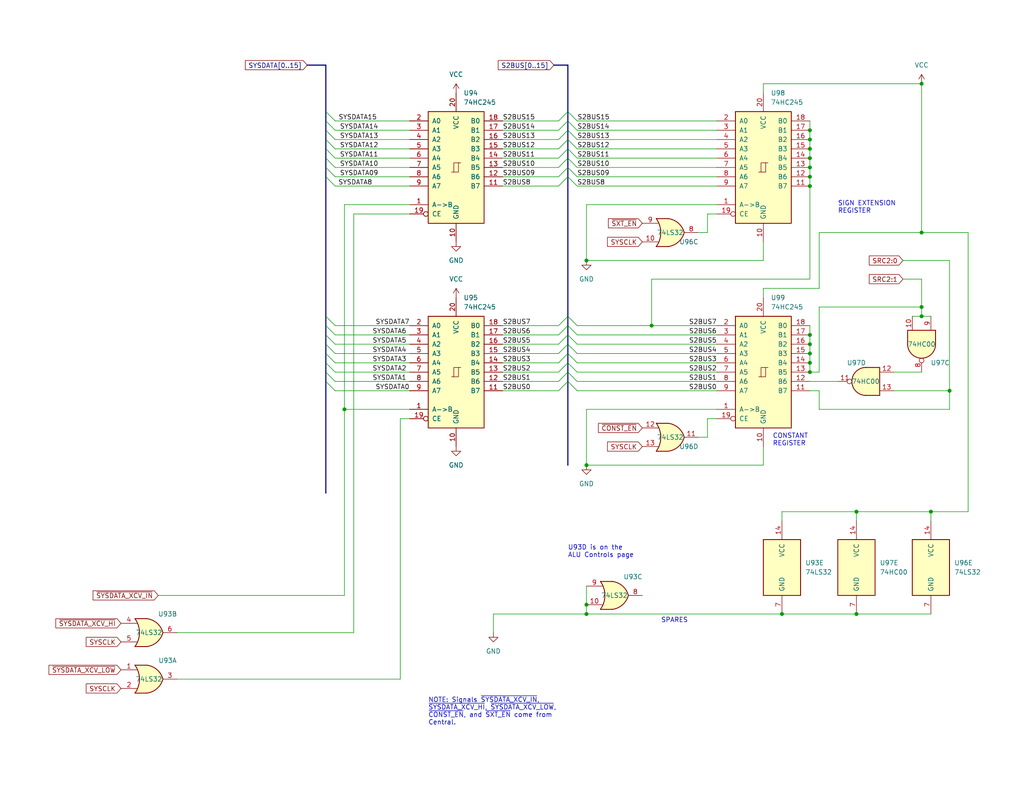
<source format=kicad_sch>
(kicad_sch (version 20230121) (generator eeschema)
  (paper "USLetter")
  (title_block (title "Constant Registers") (comment 1 "All parts are 74HC family regardless of P/N shown"))
  (lib_symbols
    (symbol "74xx:74HC00" (pin_names (offset 1.016))
      (property "Reference" "U" (at 0 1.27 0))
      (property "Value" "74HC00" (at 0 -1.27 0))
      (symbol "74HC00_1_1"
        (arc (start 0 -3.81) (mid 3.7934 0) (end 0 3.81) (stroke (width 0.254)) (fill (type background)))
        (polyline (pts (xy 0 3.81) (xy -3.81 3.81) (xy -3.81 -3.81) (xy 0 -3.81)) (stroke (width 0.254)) (fill (type background)))
        (pin input line (at -7.62 2.54 0) (length 3.81) (name "~") (number "1"))
        (pin input line (at -7.62 -2.54 0) (length 3.81) (name "~") (number "2"))
        (pin output inverted (at 7.62 0 180) (length 3.81) (name "~") (number "3"))
      )
      (symbol "74HC00_1_2"
        (arc (start -3.81 -3.81) (mid -2.589 0) (end -3.81 3.81) (stroke (width 0.254)))
        (arc (start -0.6096 -3.81) (mid 2.1855 -2.584) (end 3.81 0) (stroke (width 0.254)) (fill (type background)))
        (polyline (pts (xy -3.81 -3.81) (xy -0.635 -3.81)) (stroke (width 0.254)) (fill (type background)))
        (polyline (pts (xy -3.81 3.81) (xy -0.635 3.81)) (stroke (width 0.254)) (fill (type background)))
        (polyline (pts (xy -0.635 3.81) (xy -3.81 3.81) (xy -3.81 3.81) (xy -3.556 3.4036) (xy -3.0226 2.2606) (xy -2.6924 1.0414) (xy -2.6162 -0.254) (xy -2.7686 -1.4986) (xy -3.175 -2.7178) (xy -3.81 -3.81) (xy -3.81 -3.81) (xy -0.635 -3.81)) (stroke (width -25.4)) (fill (type background)))
        (arc (start 3.81 0) (mid 2.1928 2.5925) (end -0.6096 3.81) (stroke (width 0.254)) (fill (type background)))
        (pin input inverted (at -7.62 2.54 0) (length 4.318) (name "~") (number "1"))
        (pin input inverted (at -7.62 -2.54 0) (length 4.318) (name "~") (number "2"))
        (pin output line (at 7.62 0 180) (length 3.81) (name "~") (number "3"))
      )
      (symbol "74HC00_2_1"
        (arc (start 0 -3.81) (mid 3.7934 0) (end 0 3.81) (stroke (width 0.254)) (fill (type background)))
        (polyline (pts (xy 0 3.81) (xy -3.81 3.81) (xy -3.81 -3.81) (xy 0 -3.81)) (stroke (width 0.254)) (fill (type background)))
        (pin input line (at -7.62 2.54 0) (length 3.81) (name "~") (number "4"))
        (pin input line (at -7.62 -2.54 0) (length 3.81) (name "~") (number "5"))
        (pin output inverted (at 7.62 0 180) (length 3.81) (name "~") (number "6"))
      )
      (symbol "74HC00_2_2"
        (arc (start -3.81 -3.81) (mid -2.589 0) (end -3.81 3.81) (stroke (width 0.254)))
        (arc (start -0.6096 -3.81) (mid 2.1855 -2.584) (end 3.81 0) (stroke (width 0.254)) (fill (type background)))
        (polyline (pts (xy -3.81 -3.81) (xy -0.635 -3.81)) (stroke (width 0.254)) (fill (type background)))
        (polyline (pts (xy -3.81 3.81) (xy -0.635 3.81)) (stroke (width 0.254)) (fill (type background)))
        (polyline (pts (xy -0.635 3.81) (xy -3.81 3.81) (xy -3.81 3.81) (xy -3.556 3.4036) (xy -3.0226 2.2606) (xy -2.6924 1.0414) (xy -2.6162 -0.254) (xy -2.7686 -1.4986) (xy -3.175 -2.7178) (xy -3.81 -3.81) (xy -3.81 -3.81) (xy -0.635 -3.81)) (stroke (width -25.4)) (fill (type background)))
        (arc (start 3.81 0) (mid 2.1928 2.5925) (end -0.6096 3.81) (stroke (width 0.254)) (fill (type background)))
        (pin input inverted (at -7.62 2.54 0) (length 4.318) (name "~") (number "4"))
        (pin input inverted (at -7.62 -2.54 0) (length 4.318) (name "~") (number "5"))
        (pin output line (at 7.62 0 180) (length 3.81) (name "~") (number "6"))
      )
      (symbol "74HC00_3_1"
        (arc (start 0 -3.81) (mid 3.7934 0) (end 0 3.81) (stroke (width 0.254)) (fill (type background)))
        (polyline (pts (xy 0 3.81) (xy -3.81 3.81) (xy -3.81 -3.81) (xy 0 -3.81)) (stroke (width 0.254)) (fill (type background)))
        (pin input line (at -7.62 -2.54 0) (length 3.81) (name "~") (number "10"))
        (pin output inverted (at 7.62 0 180) (length 3.81) (name "~") (number "8"))
        (pin input line (at -7.62 2.54 0) (length 3.81) (name "~") (number "9"))
      )
      (symbol "74HC00_3_2"
        (arc (start -3.81 -3.81) (mid -2.589 0) (end -3.81 3.81) (stroke (width 0.254)))
        (arc (start -0.6096 -3.81) (mid 2.1855 -2.584) (end 3.81 0) (stroke (width 0.254)) (fill (type background)))
        (polyline (pts (xy -3.81 -3.81) (xy -0.635 -3.81)) (stroke (width 0.254)) (fill (type background)))
        (polyline (pts (xy -3.81 3.81) (xy -0.635 3.81)) (stroke (width 0.254)) (fill (type background)))
        (polyline (pts (xy -0.635 3.81) (xy -3.81 3.81) (xy -3.81 3.81) (xy -3.556 3.4036) (xy -3.0226 2.2606) (xy -2.6924 1.0414) (xy -2.6162 -0.254) (xy -2.7686 -1.4986) (xy -3.175 -2.7178) (xy -3.81 -3.81) (xy -3.81 -3.81) (xy -0.635 -3.81)) (stroke (width -25.4)) (fill (type background)))
        (arc (start 3.81 0) (mid 2.1928 2.5925) (end -0.6096 3.81) (stroke (width 0.254)) (fill (type background)))
        (pin input inverted (at -7.62 -2.54 0) (length 4.318) (name "~") (number "10"))
        (pin output line (at 7.62 0 180) (length 3.81) (name "~") (number "8"))
        (pin input inverted (at -7.62 2.54 0) (length 4.318) (name "~") (number "9"))
      )
      (symbol "74HC00_4_1"
        (arc (start 0 -3.81) (mid 3.7934 0) (end 0 3.81) (stroke (width 0.254)) (fill (type background)))
        (polyline (pts (xy 0 3.81) (xy -3.81 3.81) (xy -3.81 -3.81) (xy 0 -3.81)) (stroke (width 0.254)) (fill (type background)))
        (pin output inverted (at 7.62 0 180) (length 3.81) (name "~") (number "11"))
        (pin input line (at -7.62 2.54 0) (length 3.81) (name "~") (number "12"))
        (pin input line (at -7.62 -2.54 0) (length 3.81) (name "~") (number "13"))
      )
      (symbol "74HC00_4_2"
        (arc (start -3.81 -3.81) (mid -2.589 0) (end -3.81 3.81) (stroke (width 0.254)))
        (arc (start -0.6096 -3.81) (mid 2.1855 -2.584) (end 3.81 0) (stroke (width 0.254)) (fill (type background)))
        (polyline (pts (xy -3.81 -3.81) (xy -0.635 -3.81)) (stroke (width 0.254)) (fill (type background)))
        (polyline (pts (xy -3.81 3.81) (xy -0.635 3.81)) (stroke (width 0.254)) (fill (type background)))
        (polyline (pts (xy -0.635 3.81) (xy -3.81 3.81) (xy -3.81 3.81) (xy -3.556 3.4036) (xy -3.0226 2.2606) (xy -2.6924 1.0414) (xy -2.6162 -0.254) (xy -2.7686 -1.4986) (xy -3.175 -2.7178) (xy -3.81 -3.81) (xy -3.81 -3.81) (xy -0.635 -3.81)) (stroke (width -25.4)) (fill (type background)))
        (arc (start 3.81 0) (mid 2.1928 2.5925) (end -0.6096 3.81) (stroke (width 0.254)) (fill (type background)))
        (pin output line (at 7.62 0 180) (length 3.81) (name "~") (number "11"))
        (pin input inverted (at -7.62 2.54 0) (length 4.318) (name "~") (number "12"))
        (pin input inverted (at -7.62 -2.54 0) (length 4.318) (name "~") (number "13"))
      )
      (symbol "74HC00_5_0"
        (pin power_in line (at 0 12.7 270) (length 5.08) (name "VCC") (number "14"))
        (pin power_in line (at 0 -12.7 90) (length 5.08) (name "GND") (number "7"))
      )
      (symbol "74HC00_5_1"
        (rectangle (start -5.08 7.62) (end 5.08 -7.62) (stroke (width 0.254)) (fill (type background)))
      )
    )
    (symbol "74xx:74HC245" (pin_names (offset 1.016))
      (property "Reference" "U" (at -7.62 16.51 0))
      (property "Value" "74HC245" (at -7.62 -16.51 0))
      (symbol "74HC245_1_0"
        (polyline (pts (xy -0.635 -1.27) (xy -0.635 1.27) (xy 0.635 1.27)))
        (polyline (pts (xy -1.27 -1.27) (xy 0.635 -1.27) (xy 0.635 1.27) (xy 1.27 1.27)))
        (pin input line (at -12.7 -10.16 0) (length 5.08) (name "A->B") (number "1"))
        (pin power_in line (at 0 -20.32 90) (length 5.08) (name "GND") (number "10"))
        (pin tri_state line (at 12.7 -5.08 180) (length 5.08) (name "B7") (number "11"))
        (pin tri_state line (at 12.7 -2.54 180) (length 5.08) (name "B6") (number "12"))
        (pin tri_state line (at 12.7 0 180) (length 5.08) (name "B5") (number "13"))
        (pin tri_state line (at 12.7 2.54 180) (length 5.08) (name "B4") (number "14"))
        (pin tri_state line (at 12.7 5.08 180) (length 5.08) (name "B3") (number "15"))
        (pin tri_state line (at 12.7 7.62 180) (length 5.08) (name "B2") (number "16"))
        (pin tri_state line (at 12.7 10.16 180) (length 5.08) (name "B1") (number "17"))
        (pin tri_state line (at 12.7 12.7 180) (length 5.08) (name "B0") (number "18"))
        (pin input inverted (at -12.7 -12.7 0) (length 5.08) (name "CE") (number "19"))
        (pin tri_state line (at -12.7 12.7 0) (length 5.08) (name "A0") (number "2"))
        (pin power_in line (at 0 20.32 270) (length 5.08) (name "VCC") (number "20"))
        (pin tri_state line (at -12.7 10.16 0) (length 5.08) (name "A1") (number "3"))
        (pin tri_state line (at -12.7 7.62 0) (length 5.08) (name "A2") (number "4"))
        (pin tri_state line (at -12.7 5.08 0) (length 5.08) (name "A3") (number "5"))
        (pin tri_state line (at -12.7 2.54 0) (length 5.08) (name "A4") (number "6"))
        (pin tri_state line (at -12.7 0 0) (length 5.08) (name "A5") (number "7"))
        (pin tri_state line (at -12.7 -2.54 0) (length 5.08) (name "A6") (number "8"))
        (pin tri_state line (at -12.7 -5.08 0) (length 5.08) (name "A7") (number "9"))
      )
      (symbol "74HC245_1_1"
        (rectangle (start -7.62 15.24) (end 7.62 -15.24) (stroke (width 0.254)) (fill (type background)))
      )
    )
    (symbol "74xx:74LS32" (pin_names (offset 1.016))
      (property "Reference" "U" (at 0 1.27 0))
      (property "Value" "74LS32" (at 0 -1.27 0))
      (symbol "74LS32_1_1"
        (arc (start -3.81 -3.81) (mid -2.589 0) (end -3.81 3.81) (stroke (width 0.254)))
        (arc (start -0.6096 -3.81) (mid 2.1855 -2.584) (end 3.81 0) (stroke (width 0.254)) (fill (type background)))
        (polyline (pts (xy -3.81 -3.81) (xy -0.635 -3.81)) (stroke (width 0.254)) (fill (type background)))
        (polyline (pts (xy -3.81 3.81) (xy -0.635 3.81)) (stroke (width 0.254)) (fill (type background)))
        (polyline (pts (xy -0.635 3.81) (xy -3.81 3.81) (xy -3.81 3.81) (xy -3.556 3.4036) (xy -3.0226 2.2606) (xy -2.6924 1.0414) (xy -2.6162 -0.254) (xy -2.7686 -1.4986) (xy -3.175 -2.7178) (xy -3.81 -3.81) (xy -3.81 -3.81) (xy -0.635 -3.81)) (stroke (width -25.4)) (fill (type background)))
        (arc (start 3.81 0) (mid 2.1928 2.5925) (end -0.6096 3.81) (stroke (width 0.254)) (fill (type background)))
        (pin input line (at -7.62 2.54 0) (length 4.318) (name "~") (number "1"))
        (pin input line (at -7.62 -2.54 0) (length 4.318) (name "~") (number "2"))
        (pin output line (at 7.62 0 180) (length 3.81) (name "~") (number "3"))
      )
      (symbol "74LS32_1_2"
        (arc (start 0 -3.81) (mid 3.7934 0) (end 0 3.81) (stroke (width 0.254)) (fill (type background)))
        (polyline (pts (xy 0 3.81) (xy -3.81 3.81) (xy -3.81 -3.81) (xy 0 -3.81)) (stroke (width 0.254)) (fill (type background)))
        (pin input inverted (at -7.62 2.54 0) (length 3.81) (name "~") (number "1"))
        (pin input inverted (at -7.62 -2.54 0) (length 3.81) (name "~") (number "2"))
        (pin output inverted (at 7.62 0 180) (length 3.81) (name "~") (number "3"))
      )
      (symbol "74LS32_2_1"
        (arc (start -3.81 -3.81) (mid -2.589 0) (end -3.81 3.81) (stroke (width 0.254)))
        (arc (start -0.6096 -3.81) (mid 2.1855 -2.584) (end 3.81 0) (stroke (width 0.254)) (fill (type background)))
        (polyline (pts (xy -3.81 -3.81) (xy -0.635 -3.81)) (stroke (width 0.254)) (fill (type background)))
        (polyline (pts (xy -3.81 3.81) (xy -0.635 3.81)) (stroke (width 0.254)) (fill (type background)))
        (polyline (pts (xy -0.635 3.81) (xy -3.81 3.81) (xy -3.81 3.81) (xy -3.556 3.4036) (xy -3.0226 2.2606) (xy -2.6924 1.0414) (xy -2.6162 -0.254) (xy -2.7686 -1.4986) (xy -3.175 -2.7178) (xy -3.81 -3.81) (xy -3.81 -3.81) (xy -0.635 -3.81)) (stroke (width -25.4)) (fill (type background)))
        (arc (start 3.81 0) (mid 2.1928 2.5925) (end -0.6096 3.81) (stroke (width 0.254)) (fill (type background)))
        (pin input line (at -7.62 2.54 0) (length 4.318) (name "~") (number "4"))
        (pin input line (at -7.62 -2.54 0) (length 4.318) (name "~") (number "5"))
        (pin output line (at 7.62 0 180) (length 3.81) (name "~") (number "6"))
      )
      (symbol "74LS32_2_2"
        (arc (start 0 -3.81) (mid 3.7934 0) (end 0 3.81) (stroke (width 0.254)) (fill (type background)))
        (polyline (pts (xy 0 3.81) (xy -3.81 3.81) (xy -3.81 -3.81) (xy 0 -3.81)) (stroke (width 0.254)) (fill (type background)))
        (pin input inverted (at -7.62 2.54 0) (length 3.81) (name "~") (number "4"))
        (pin input inverted (at -7.62 -2.54 0) (length 3.81) (name "~") (number "5"))
        (pin output inverted (at 7.62 0 180) (length 3.81) (name "~") (number "6"))
      )
      (symbol "74LS32_3_1"
        (arc (start -3.81 -3.81) (mid -2.589 0) (end -3.81 3.81) (stroke (width 0.254)))
        (arc (start -0.6096 -3.81) (mid 2.1855 -2.584) (end 3.81 0) (stroke (width 0.254)) (fill (type background)))
        (polyline (pts (xy -3.81 -3.81) (xy -0.635 -3.81)) (stroke (width 0.254)) (fill (type background)))
        (polyline (pts (xy -3.81 3.81) (xy -0.635 3.81)) (stroke (width 0.254)) (fill (type background)))
        (polyline (pts (xy -0.635 3.81) (xy -3.81 3.81) (xy -3.81 3.81) (xy -3.556 3.4036) (xy -3.0226 2.2606) (xy -2.6924 1.0414) (xy -2.6162 -0.254) (xy -2.7686 -1.4986) (xy -3.175 -2.7178) (xy -3.81 -3.81) (xy -3.81 -3.81) (xy -0.635 -3.81)) (stroke (width -25.4)) (fill (type background)))
        (arc (start 3.81 0) (mid 2.1928 2.5925) (end -0.6096 3.81) (stroke (width 0.254)) (fill (type background)))
        (pin input line (at -7.62 -2.54 0) (length 4.318) (name "~") (number "10"))
        (pin output line (at 7.62 0 180) (length 3.81) (name "~") (number "8"))
        (pin input line (at -7.62 2.54 0) (length 4.318) (name "~") (number "9"))
      )
      (symbol "74LS32_3_2"
        (arc (start 0 -3.81) (mid 3.7934 0) (end 0 3.81) (stroke (width 0.254)) (fill (type background)))
        (polyline (pts (xy 0 3.81) (xy -3.81 3.81) (xy -3.81 -3.81) (xy 0 -3.81)) (stroke (width 0.254)) (fill (type background)))
        (pin input inverted (at -7.62 -2.54 0) (length 3.81) (name "~") (number "10"))
        (pin output inverted (at 7.62 0 180) (length 3.81) (name "~") (number "8"))
        (pin input inverted (at -7.62 2.54 0) (length 3.81) (name "~") (number "9"))
      )
      (symbol "74LS32_4_1"
        (arc (start -3.81 -3.81) (mid -2.589 0) (end -3.81 3.81) (stroke (width 0.254)))
        (arc (start -0.6096 -3.81) (mid 2.1855 -2.584) (end 3.81 0) (stroke (width 0.254)) (fill (type background)))
        (polyline (pts (xy -3.81 -3.81) (xy -0.635 -3.81)) (stroke (width 0.254)) (fill (type background)))
        (polyline (pts (xy -3.81 3.81) (xy -0.635 3.81)) (stroke (width 0.254)) (fill (type background)))
        (polyline (pts (xy -0.635 3.81) (xy -3.81 3.81) (xy -3.81 3.81) (xy -3.556 3.4036) (xy -3.0226 2.2606) (xy -2.6924 1.0414) (xy -2.6162 -0.254) (xy -2.7686 -1.4986) (xy -3.175 -2.7178) (xy -3.81 -3.81) (xy -3.81 -3.81) (xy -0.635 -3.81)) (stroke (width -25.4)) (fill (type background)))
        (arc (start 3.81 0) (mid 2.1928 2.5925) (end -0.6096 3.81) (stroke (width 0.254)) (fill (type background)))
        (pin output line (at 7.62 0 180) (length 3.81) (name "~") (number "11"))
        (pin input line (at -7.62 2.54 0) (length 4.318) (name "~") (number "12"))
        (pin input line (at -7.62 -2.54 0) (length 4.318) (name "~") (number "13"))
      )
      (symbol "74LS32_4_2"
        (arc (start 0 -3.81) (mid 3.7934 0) (end 0 3.81) (stroke (width 0.254)) (fill (type background)))
        (polyline (pts (xy 0 3.81) (xy -3.81 3.81) (xy -3.81 -3.81) (xy 0 -3.81)) (stroke (width 0.254)) (fill (type background)))
        (pin output inverted (at 7.62 0 180) (length 3.81) (name "~") (number "11"))
        (pin input inverted (at -7.62 2.54 0) (length 3.81) (name "~") (number "12"))
        (pin input inverted (at -7.62 -2.54 0) (length 3.81) (name "~") (number "13"))
      )
      (symbol "74LS32_5_0"
        (pin power_in line (at 0 12.7 270) (length 5.08) (name "VCC") (number "14"))
        (pin power_in line (at 0 -12.7 90) (length 5.08) (name "GND") (number "7"))
      )
      (symbol "74LS32_5_1"
        (rectangle (start -5.08 7.62) (end 5.08 -7.62) (stroke (width 0.254)) (fill (type background)))
      )
    )
    (symbol "power:GND" (power) (pin_names (offset 0))
      (property "Value" "GND" (at 0 -3.81 0))
      (symbol "GND_0_1"
        (polyline (pts (xy 0 0) (xy 0 -1.27) (xy 1.27 -1.27) (xy 0 -2.54) (xy -1.27 -1.27) (xy 0 -1.27)))
      )
      (symbol "GND_1_1"
        (pin power_in line (at 0 0 270) (length 0) hide (name "GND") (number "1"))
      )
    )
    (symbol "power:VCC" (power) (pin_names (offset 0))
      (property "Value" "VCC" (at 0 3.81 0))
      (symbol "VCC_0_1"
        (polyline (pts (xy -0.762 1.27) (xy 0 2.54)))
        (polyline (pts (xy 0 0) (xy 0 2.54)))
        (polyline (pts (xy 0 2.54) (xy 0.762 1.27)))
      )
      (symbol "VCC_1_1"
        (pin power_in line (at 0 0 90) (length 0) hide (name "VCC") (number "1"))
      )
    )
  )
  (junction (at 251.46 83.82))
  (junction (at 220.98 45.72))
  (junction (at 160.02 127))
  (junction (at 220.98 99.06))
  (junction (at 220.98 43.18))
  (junction (at 220.98 91.44))
  (junction (at 213.36 167.64))
  (junction (at 251.46 63.5))
  (junction (at 220.98 96.52))
  (junction (at 251.46 22.86))
  (junction (at 220.98 38.1))
  (junction (at 220.98 50.8))
  (junction (at 259.08 106.68))
  (junction (at 220.98 40.64))
  (junction (at 233.68 167.64))
  (junction (at 220.98 93.98))
  (junction (at 220.98 35.56))
  (junction (at 93.98 111.76))
  (junction (at 160.02 165.1))
  (junction (at 220.98 101.6))
  (junction (at 251.46 86.36))
  (junction (at 160.02 167.64))
  (junction (at 254 139.7))
  (junction (at 220.98 48.26))
  (junction (at 160.02 71.12))
  (junction (at 233.68 139.7))
  (junction (at 177.8 88.9))
  (bus_entry (at 88.9 93.98) (size 2.54 2.54))
  (bus_entry (at 88.9 91.44) (size 2.54 2.54))
  (bus_entry (at 154.94 38.1) (size 2.54 2.54))
  (bus_entry (at 154.94 101.6) (size -2.54 2.54))
  (bus_entry (at 154.94 43.18) (size 2.54 2.54))
  (bus_entry (at 154.94 48.26) (size -2.54 2.54))
  (bus_entry (at 154.94 99.06) (size -2.54 2.54))
  (bus_entry (at 154.94 38.1) (size -2.54 2.54))
  (bus_entry (at 154.94 88.9) (size 2.54 2.54))
  (bus_entry (at 88.9 88.9) (size 2.54 2.54))
  (bus_entry (at 88.9 99.06) (size 2.54 2.54))
  (bus_entry (at 154.94 45.72) (size 2.54 2.54))
  (bus_entry (at 88.9 33.02) (size 2.54 2.54))
  (bus_entry (at 154.94 43.18) (size -2.54 2.54))
  (bus_entry (at 88.9 86.36) (size 2.54 2.54))
  (bus_entry (at 154.94 33.02) (size 2.54 2.54))
  (bus_entry (at 154.94 104.14) (size -2.54 2.54))
  (bus_entry (at 154.94 101.6) (size 2.54 2.54))
  (bus_entry (at 154.94 35.56) (size -2.54 2.54))
  (bus_entry (at 154.94 30.48) (size 2.54 2.54))
  (bus_entry (at 88.9 45.72) (size 2.54 2.54))
  (bus_entry (at 88.9 104.14) (size 2.54 2.54))
  (bus_entry (at 88.9 40.64) (size 2.54 2.54))
  (bus_entry (at 154.94 93.98) (size -2.54 2.54))
  (bus_entry (at 154.94 48.26) (size 2.54 2.54))
  (bus_entry (at 154.94 33.02) (size -2.54 2.54))
  (bus_entry (at 154.94 91.44) (size 2.54 2.54))
  (bus_entry (at 88.9 48.26) (size 2.54 2.54))
  (bus_entry (at 154.94 45.72) (size -2.54 2.54))
  (bus_entry (at 154.94 96.52) (size 2.54 2.54))
  (bus_entry (at 154.94 88.9) (size -2.54 2.54))
  (bus_entry (at 88.9 43.18) (size 2.54 2.54))
  (bus_entry (at 154.94 40.64) (size -2.54 2.54))
  (bus_entry (at 154.94 96.52) (size -2.54 2.54))
  (bus_entry (at 154.94 91.44) (size -2.54 2.54))
  (bus_entry (at 154.94 35.56) (size 2.54 2.54))
  (bus_entry (at 88.9 96.52) (size 2.54 2.54))
  (bus_entry (at 88.9 38.1) (size 2.54 2.54))
  (bus_entry (at 154.94 40.64) (size 2.54 2.54))
  (bus_entry (at 154.94 93.98) (size 2.54 2.54))
  (bus_entry (at 154.94 86.36) (size 2.54 2.54))
  (bus_entry (at 154.94 99.06) (size 2.54 2.54))
  (bus_entry (at 154.94 30.48) (size -2.54 2.54))
  (bus_entry (at 154.94 86.36) (size -2.54 2.54))
  (bus_entry (at 154.94 104.14) (size 2.54 2.54))
  (bus_entry (at 88.9 30.48) (size 2.54 2.54))
  (bus_entry (at 88.9 101.6) (size 2.54 2.54))
  (bus_entry (at 88.9 35.56) (size 2.54 2.54))
  (wire (pts (xy 91.44 38.1) (xy 111.76 38.1)))
  (wire (pts (xy 157.48 101.6) (xy 195.58 101.6)))
  (wire (pts (xy 220.98 33.02) (xy 220.98 35.56)))
  (wire (pts (xy 243.84 106.68) (xy 259.08 106.68)))
  (wire (pts (xy 264.16 139.7) (xy 264.16 63.5)))
  (wire (pts (xy 91.44 88.9) (xy 111.76 88.9)))
  (wire (pts (xy 134.62 172.72) (xy 134.62 167.64)))
  (wire (pts (xy 220.98 50.8) (xy 220.98 48.26)))
  (bus (pts (xy 154.94 30.48) (xy 154.94 33.02)))
  (wire (pts (xy 91.44 106.68) (xy 111.76 106.68)))
  (wire (pts (xy 96.52 172.72) (xy 96.52 58.42)))
  (wire (pts (xy 220.98 101.6) (xy 220.98 99.06)))
  (wire (pts (xy 152.4 106.68) (xy 137.16 106.68)))
  (wire (pts (xy 91.44 48.26) (xy 111.76 48.26)))
  (wire (pts (xy 177.8 88.9) (xy 195.58 88.9)))
  (bus (pts (xy 88.9 17.78) (xy 88.9 30.48)))
  (wire (pts (xy 251.46 22.86) (xy 251.46 63.5)))
  (bus (pts (xy 88.9 30.48) (xy 88.9 33.02)))
  (bus (pts (xy 88.9 45.72) (xy 88.9 48.26)))
  (wire (pts (xy 190.5 119.38) (xy 193.04 119.38)))
  (wire (pts (xy 251.46 83.82) (xy 251.46 86.36)))
  (wire (pts (xy 137.16 48.26) (xy 152.4 48.26)))
  (wire (pts (xy 157.48 104.14) (xy 195.58 104.14)))
  (wire (pts (xy 157.48 88.9) (xy 177.8 88.9)))
  (bus (pts (xy 154.94 93.98) (xy 154.94 96.52)))
  (wire (pts (xy 220.98 35.56) (xy 220.98 38.1)))
  (wire (pts (xy 137.16 43.18) (xy 152.4 43.18)))
  (wire (pts (xy 160.02 71.12) (xy 208.28 71.12)))
  (wire (pts (xy 195.58 111.76) (xy 160.02 111.76)))
  (wire (pts (xy 91.44 43.18) (xy 111.76 43.18)))
  (bus (pts (xy 154.94 99.06) (xy 154.94 101.6)))
  (wire (pts (xy 223.52 83.82) (xy 251.46 83.82)))
  (wire (pts (xy 223.52 106.68) (xy 223.52 111.76)))
  (wire (pts (xy 137.16 99.06) (xy 152.4 99.06)))
  (wire (pts (xy 220.98 43.18) (xy 220.98 45.72)))
  (wire (pts (xy 160.02 55.88) (xy 160.02 71.12)))
  (bus (pts (xy 154.94 101.6) (xy 154.94 104.14)))
  (bus (pts (xy 151.13 17.78) (xy 154.94 17.78)))
  (wire (pts (xy 157.48 45.72) (xy 195.58 45.72)))
  (wire (pts (xy 91.44 101.6) (xy 111.76 101.6)))
  (wire (pts (xy 220.98 96.52) (xy 220.98 93.98)))
  (wire (pts (xy 109.22 185.42) (xy 109.22 114.3)))
  (wire (pts (xy 208.28 127) (xy 160.02 127)))
  (wire (pts (xy 91.44 35.56) (xy 111.76 35.56)))
  (wire (pts (xy 193.04 119.38) (xy 193.04 114.3)))
  (bus (pts (xy 154.94 91.44) (xy 154.94 93.98)))
  (wire (pts (xy 91.44 33.02) (xy 111.76 33.02)))
  (wire (pts (xy 220.98 45.72) (xy 220.98 48.26)))
  (wire (pts (xy 193.04 114.3) (xy 195.58 114.3)))
  (wire (pts (xy 264.16 63.5) (xy 251.46 63.5)))
  (bus (pts (xy 154.94 48.26) (xy 154.94 86.36)))
  (wire (pts (xy 233.68 139.7) (xy 254 139.7)))
  (wire (pts (xy 93.98 111.76) (xy 93.98 55.88)))
  (wire (pts (xy 220.98 91.44) (xy 220.98 88.9)))
  (bus (pts (xy 154.94 33.02) (xy 154.94 35.56)))
  (bus (pts (xy 88.9 38.1) (xy 88.9 40.64)))
  (wire (pts (xy 152.4 33.02) (xy 137.16 33.02)))
  (wire (pts (xy 137.16 96.52) (xy 152.4 96.52)))
  (bus (pts (xy 88.9 104.14) (xy 88.9 134.62)))
  (wire (pts (xy 213.36 167.64) (xy 233.68 167.64)))
  (wire (pts (xy 137.16 40.64) (xy 152.4 40.64)))
  (wire (pts (xy 157.48 106.68) (xy 195.58 106.68)))
  (wire (pts (xy 160.02 111.76) (xy 160.02 127)))
  (wire (pts (xy 96.52 58.42) (xy 111.76 58.42)))
  (wire (pts (xy 91.44 93.98) (xy 111.76 93.98)))
  (wire (pts (xy 213.36 142.24) (xy 213.36 139.7)))
  (wire (pts (xy 251.46 76.2) (xy 251.46 83.82)))
  (bus (pts (xy 154.94 104.14) (xy 154.94 127)))
  (wire (pts (xy 137.16 45.72) (xy 152.4 45.72)))
  (wire (pts (xy 254 142.24) (xy 254 139.7)))
  (wire (pts (xy 137.16 35.56) (xy 152.4 35.56)))
  (wire (pts (xy 157.48 33.02) (xy 195.58 33.02)))
  (wire (pts (xy 134.62 167.64) (xy 160.02 167.64)))
  (bus (pts (xy 88.9 35.56) (xy 88.9 38.1)))
  (wire (pts (xy 48.26 172.72) (xy 96.52 172.72)))
  (wire (pts (xy 213.36 139.7) (xy 233.68 139.7)))
  (wire (pts (xy 208.28 78.74) (xy 223.52 78.74)))
  (bus (pts (xy 88.9 48.26) (xy 88.9 86.36)))
  (wire (pts (xy 177.8 76.2) (xy 177.8 88.9)))
  (wire (pts (xy 208.28 121.92) (xy 208.28 127)))
  (wire (pts (xy 259.08 106.68) (xy 259.08 111.76)))
  (wire (pts (xy 157.48 99.06) (xy 195.58 99.06)))
  (wire (pts (xy 137.16 91.44) (xy 152.4 91.44)))
  (wire (pts (xy 223.52 78.74) (xy 223.52 63.5)))
  (wire (pts (xy 259.08 71.12) (xy 259.08 106.68)))
  (wire (pts (xy 220.98 76.2) (xy 220.98 50.8)))
  (wire (pts (xy 223.52 101.6) (xy 223.52 83.82)))
  (wire (pts (xy 220.98 104.14) (xy 228.6 104.14)))
  (wire (pts (xy 152.4 88.9) (xy 137.16 88.9)))
  (bus (pts (xy 154.94 45.72) (xy 154.94 48.26)))
  (wire (pts (xy 91.44 104.14) (xy 111.76 104.14)))
  (wire (pts (xy 157.48 48.26) (xy 195.58 48.26)))
  (bus (pts (xy 88.9 86.36) (xy 88.9 88.9)))
  (bus (pts (xy 88.9 96.52) (xy 88.9 99.06)))
  (bus (pts (xy 154.94 88.9) (xy 154.94 91.44)))
  (bus (pts (xy 88.9 43.18) (xy 88.9 45.72)))
  (wire (pts (xy 93.98 162.56) (xy 93.98 111.76)))
  (bus (pts (xy 154.94 40.64) (xy 154.94 43.18)))
  (wire (pts (xy 137.16 104.14) (xy 152.4 104.14)))
  (wire (pts (xy 109.22 114.3) (xy 111.76 114.3)))
  (wire (pts (xy 157.48 96.52) (xy 195.58 96.52)))
  (wire (pts (xy 152.4 50.8) (xy 137.16 50.8)))
  (wire (pts (xy 91.44 45.72) (xy 111.76 45.72)))
  (wire (pts (xy 193.04 63.5) (xy 190.5 63.5)))
  (wire (pts (xy 254 86.36) (xy 251.46 86.36)))
  (wire (pts (xy 91.44 96.52) (xy 111.76 96.52)))
  (wire (pts (xy 137.16 93.98) (xy 152.4 93.98)))
  (wire (pts (xy 157.48 91.44) (xy 195.58 91.44)))
  (wire (pts (xy 246.38 76.2) (xy 251.46 76.2)))
  (bus (pts (xy 88.9 101.6) (xy 88.9 104.14)))
  (wire (pts (xy 246.38 71.12) (xy 259.08 71.12)))
  (wire (pts (xy 157.48 38.1) (xy 195.58 38.1)))
  (wire (pts (xy 220.98 106.68) (xy 223.52 106.68)))
  (wire (pts (xy 91.44 40.64) (xy 111.76 40.64)))
  (wire (pts (xy 220.98 93.98) (xy 220.98 91.44)))
  (bus (pts (xy 88.9 93.98) (xy 88.9 96.52)))
  (wire (pts (xy 208.28 22.86) (xy 251.46 22.86)))
  (bus (pts (xy 88.9 40.64) (xy 88.9 43.18)))
  (bus (pts (xy 154.94 86.36) (xy 154.94 88.9)))
  (bus (pts (xy 88.9 99.06) (xy 88.9 101.6)))
  (bus (pts (xy 88.9 88.9) (xy 88.9 91.44)))
  (wire (pts (xy 251.46 86.36) (xy 248.92 86.36)))
  (wire (pts (xy 251.46 101.6) (xy 243.84 101.6)))
  (wire (pts (xy 157.48 40.64) (xy 195.58 40.64)))
  (wire (pts (xy 177.8 76.2) (xy 220.98 76.2)))
  (wire (pts (xy 233.68 142.24) (xy 233.68 139.7)))
  (wire (pts (xy 233.68 167.64) (xy 254 167.64)))
  (wire (pts (xy 254 139.7) (xy 264.16 139.7)))
  (wire (pts (xy 160.02 160.02) (xy 160.02 165.1)))
  (wire (pts (xy 111.76 111.76) (xy 93.98 111.76)))
  (wire (pts (xy 220.98 99.06) (xy 220.98 96.52)))
  (wire (pts (xy 157.48 50.8) (xy 195.58 50.8)))
  (wire (pts (xy 193.04 58.42) (xy 193.04 63.5)))
  (bus (pts (xy 83.82 17.78) (xy 88.9 17.78)))
  (wire (pts (xy 223.52 111.76) (xy 259.08 111.76)))
  (wire (pts (xy 220.98 40.64) (xy 220.98 43.18)))
  (wire (pts (xy 137.16 101.6) (xy 152.4 101.6)))
  (wire (pts (xy 160.02 165.1) (xy 160.02 167.64)))
  (wire (pts (xy 208.28 81.28) (xy 208.28 78.74)))
  (wire (pts (xy 157.48 43.18) (xy 195.58 43.18)))
  (wire (pts (xy 109.22 185.42) (xy 48.26 185.42)))
  (bus (pts (xy 154.94 43.18) (xy 154.94 45.72)))
  (wire (pts (xy 208.28 66.04) (xy 208.28 71.12)))
  (wire (pts (xy 137.16 38.1) (xy 152.4 38.1)))
  (wire (pts (xy 91.44 91.44) (xy 111.76 91.44)))
  (bus (pts (xy 154.94 38.1) (xy 154.94 40.64)))
  (wire (pts (xy 43.18 162.56) (xy 93.98 162.56)))
  (bus (pts (xy 88.9 33.02) (xy 88.9 35.56)))
  (wire (pts (xy 220.98 38.1) (xy 220.98 40.64)))
  (wire (pts (xy 220.98 101.6) (xy 223.52 101.6)))
  (wire (pts (xy 157.48 93.98) (xy 195.58 93.98)))
  (bus (pts (xy 154.94 96.52) (xy 154.94 99.06)))
  (wire (pts (xy 223.52 63.5) (xy 251.46 63.5)))
  (wire (pts (xy 195.58 58.42) (xy 193.04 58.42)))
  (wire (pts (xy 157.48 35.56) (xy 195.58 35.56)))
  (wire (pts (xy 91.44 99.06) (xy 111.76 99.06)))
  (bus (pts (xy 154.94 17.78) (xy 154.94 30.48)))
  (wire (pts (xy 208.28 25.4) (xy 208.28 22.86)))
  (wire (pts (xy 91.44 50.8) (xy 111.76 50.8)))
  (bus (pts (xy 154.94 35.56) (xy 154.94 38.1)))
  (wire (pts (xy 93.98 55.88) (xy 111.76 55.88)))
  (wire (pts (xy 195.58 55.88) (xy 160.02 55.88)))
  (bus (pts (xy 88.9 91.44) (xy 88.9 93.98)))
  (wire (pts (xy 160.02 167.64) (xy 213.36 167.64)))
  (text "CONSTANT\nREGISTER\n" (at 210.82 121.92 0) (effects (font (size 1.27 1.27)) (justify left bottom)))
  (text "SIGN EXTENSION\nREGISTER" (at 228.6 58.42 0) (effects (font (size 1.27 1.27)) (justify left bottom)))
  (text "NOTE: Signals ~{SYSDATA_XCV_IN},\n~{SYSDATA_XCV_HI}, ~{SYSDATA_XCV_LOW},\n~{CONST_EN}, and ~{SXT_EN} come from\nCentral." (at 116.84 198.12 0) (effects (font (size 1.27 1.27)) (justify left bottom)))
  (text "SPARES" (at 180.34 170.18 0) (effects (font (size 1.27 1.27)) (justify left bottom)))
  (text "U93D is on the\nALU Controls page" (at 154.94 152.4 0) (effects (font (size 1.27 1.27)) (justify left bottom)))
  (label "S2BUS12" (at 157.48 40.64 0))
  (label "SYSDATA0" (at 111.76 106.68 180))
  (label "S2BUS13" (at 157.48 38.1 0))
  (label "S2BUS12" (at 137.16 40.64 0))
  (label "S2BUS11" (at 137.16 43.18 0))
  (label "SYSDATA09" (at 92.71 48.26 0))
  (label "S2BUS7" (at 137.16 88.9 0))
  (label "S2BUS4" (at 137.16 96.52 0))
  (label "S2BUS10" (at 157.48 45.72 0))
  (label "S2BUS10" (at 137.16 45.72 0))
  (label "S2BUS2" (at 187.96 101.6 0))
  (label "S2BUS15" (at 166.37 33.02 180))
  (label "SYSDATA12" (at 92.71 40.64 0))
  (label "S2BUS09" (at 137.16 48.26 0))
  (label "S2BUS09" (at 157.48 48.26 0))
  (label "S2BUS3" (at 137.16 99.06 0))
  (label "S2BUS4" (at 187.96 96.52 0))
  (label "SYSDATA13" (at 92.71 38.1 0))
  (label "SYSDATA6" (at 101.6 91.44 0))
  (label "S2BUS2" (at 137.16 101.6 0))
  (label "SYSDATA10" (at 92.71 45.72 0))
  (label "S2BUS8" (at 165.1 50.8 180))
  (label "S2BUS6" (at 137.16 91.44 0))
  (label "S2BUS1" (at 187.96 104.14 0))
  (label "S2BUS5" (at 187.96 93.98 0))
  (label "S2BUS5" (at 137.16 93.98 0))
  (label "S2BUS8" (at 137.16 50.8 0))
  (label "S2BUS7" (at 195.58 88.9 180))
  (label "S2BUS0" (at 195.58 106.68 180))
  (label "S2BUS6" (at 187.96 91.44 0))
  (label "S2BUS1" (at 137.16 104.14 0))
  (label "S2BUS0" (at 137.16 106.68 0))
  (label "SYSDATA14" (at 92.71 35.56 0))
  (label "S2BUS14" (at 137.16 35.56 0))
  (label "S2BUS15" (at 137.16 33.02 0))
  (label "S2BUS14" (at 157.48 35.56 0))
  (label "S2BUS11" (at 157.48 43.18 0))
  (label "SYSDATA8" (at 101.6 50.8 180))
  (label "SYSDATA5" (at 101.6 93.98 0))
  (label "SYSDATA11" (at 92.71 43.18 0))
  (label "SYSDATA1" (at 101.6 104.14 0))
  (label "SYSDATA7" (at 111.76 88.9 180))
  (label "S2BUS3" (at 187.96 99.06 0))
  (label "SYSDATA15" (at 102.87 33.02 180))
  (label "SYSDATA2" (at 101.6 101.6 0))
  (label "SYSDATA4" (at 101.6 96.52 0))
  (label "S2BUS13" (at 137.16 38.1 0))
  (label "SYSDATA3" (at 101.6 99.06 0))
  (global_label "SYSDATA[0..15]" (shape input) (at 83.82 17.78 180) (property "Intersheetrefs" "${INTERSHEET_REFS}" (effects hide)))
  (global_label "SYSCLK" (shape input) (at 175.26 121.92 180) (property "Intersheetrefs" "${INTERSHEET_REFS}" (effects hide)))
  (global_label "SYSCLK" (shape input) (at 33.02 175.26 180) (property "Intersheetrefs" "${INTERSHEET_REFS}" (effects hide)))
  (global_label "~{SXT_EN}" (shape input) (at 175.26 60.96 180) (property "Intersheetrefs" "${INTERSHEET_REFS}" (effects hide)))
  (global_label "SYSCLK" (shape input) (at 175.26 66.04 180) (property "Intersheetrefs" "${INTERSHEET_REFS}" (effects hide)))
  (global_label "~{SYSDATA_XCV_HI}" (shape input) (at 33.02 170.18 180) (property "Intersheetrefs" "${INTERSHEET_REFS}" (effects hide)))
  (global_label "S2BUS[0..15]" (shape input) (at 151.13 17.78 180) (property "Intersheetrefs" "${INTERSHEET_REFS}" (effects hide)))
  (global_label "SRC2:0" (shape input) (at 246.38 71.12 180) (property "Intersheetrefs" "${INTERSHEET_REFS}" (effects hide)))
  (global_label "~{SYSDATA_XCV_LOW}" (shape input) (at 33.02 182.88 180) (property "Intersheetrefs" "${INTERSHEET_REFS}" (effects hide)))
  (global_label "~{SYSDATA_XCV_IN}" (shape input) (at 43.18 162.56 180) (property "Intersheetrefs" "${INTERSHEET_REFS}" (effects hide)))
  (global_label "SYSCLK" (shape input) (at 33.02 187.96 180) (property "Intersheetrefs" "${INTERSHEET_REFS}" (effects hide)))
  (global_label "SRC2:1" (shape input) (at 246.38 76.2 180) (property "Intersheetrefs" "${INTERSHEET_REFS}" (effects hide)))
  (global_label "~{CONST_EN}" (shape input) (at 175.26 116.84 180) (property "Intersheetrefs" "${INTERSHEET_REFS}" (effects hide)))
  (symbol (lib_id "power:GND") (at 134.62 172.72 0) (unit 1)
    (property "Reference" "#PWR0167" (effects hide))
    (property "Value" "GND" (at 134.62 177.8 0))
  )
  (symbol (lib_id "74xx:74HC00") (at 251.46 93.98 270) (unit 3)
    (property "Reference" "U97" (at 256.54 99.06 90))
    (property "Value" "74HC00" (at 251.46 93.98 90))
    (property "Datasheet" "http://www.ti.com/lit/gpn/sn74hc00" (effects hide))
  )
  (symbol (lib_id "74xx:74HC245") (at 124.46 45.72 0) (unit 1)
    (property "Reference" "U94" (at 126.4794 25.4 0) (effects (justify left)))
    (property "Value" "74HC245" (at 126.4794 27.94 0) (effects (justify left)))
    (property "Datasheet" "http://www.ti.com/lit/gpn/sn74HC245" (effects hide))
  )
  (symbol (lib_id "power:GND") (at 124.46 121.92 0) (unit 1)
    (property "Reference" "#PWR0166" (effects hide))
    (property "Value" "GND" (at 124.46 127 0))
  )
  (symbol (lib_id "74xx:74HC00") (at 233.68 154.94 0) (unit 5)
    (property "Reference" "U97" (at 240.03 153.6699 0) (effects (justify left)))
    (property "Value" "74HC00" (at 240.03 156.2099 0) (effects (justify left)))
    (property "Datasheet" "http://www.ti.com/lit/gpn/sn74hc00" (effects hide))
  )
  (symbol (lib_id "74xx:74LS32") (at 182.88 63.5 0) (unit 3)
    (property "Reference" "U96" (at 187.96 66.04 0))
    (property "Value" "74LS32" (at 182.88 63.5 0))
    (property "Datasheet" "http://www.ti.com/lit/gpn/sn74LS32" (effects hide))
  )
  (symbol (lib_id "74xx:74HC245") (at 208.28 45.72 0) (unit 1)
    (property "Reference" "U98" (at 210.2994 25.4 0) (effects (justify left)))
    (property "Value" "74HC245" (at 210.2994 27.94 0) (effects (justify left)))
    (property "Datasheet" "http://www.ti.com/lit/gpn/sn74HC245" (effects hide))
  )
  (symbol (lib_id "74xx:74HC245") (at 208.28 101.6 0) (unit 1)
    (property "Reference" "U99" (at 210.2994 81.28 0) (effects (justify left)))
    (property "Value" "74HC245" (at 210.2994 83.82 0) (effects (justify left)))
    (property "Datasheet" "http://www.ti.com/lit/gpn/sn74HC245" (effects hide))
  )
  (symbol (lib_id "74xx:74LS32") (at 40.64 172.72 0) (unit 2)
    (property "Reference" "U93" (at 45.72 167.64 0))
    (property "Value" "74LS32" (at 40.64 172.72 0))
    (property "Datasheet" "http://www.ti.com/lit/gpn/sn74LS32" (effects hide))
  )
  (symbol (lib_id "74xx:74LS32") (at 182.88 119.38 0) (unit 4)
    (property "Reference" "U96" (at 187.96 121.92 0))
    (property "Value" "74LS32" (at 182.88 119.38 0))
    (property "Datasheet" "http://www.ti.com/lit/gpn/sn74LS32" (effects hide))
  )
  (symbol (lib_id "74xx:74LS32") (at 254 154.94 0) (unit 5)
    (property "Reference" "U96" (at 260.35 153.6699 0) (effects (justify left)))
    (property "Value" "74LS32" (at 260.35 156.2099 0) (effects (justify left)))
    (property "Datasheet" "http://www.ti.com/lit/gpn/sn74LS32" (effects hide))
  )
  (symbol (lib_id "power:VCC") (at 251.46 22.86 0) (unit 1)
    (property "Reference" "#PWR0170" (effects hide))
    (property "Value" "VCC" (at 251.46 17.78 0))
  )
  (symbol (lib_id "74xx:74LS32") (at 213.36 154.94 0) (unit 5)
    (property "Reference" "U93" (at 219.71 153.6699 0) (effects (justify left)))
    (property "Value" "74LS32" (at 219.71 156.2099 0) (effects (justify left)))
    (property "Datasheet" "http://www.ti.com/lit/gpn/sn74LS32" (effects hide))
  )
  (symbol (lib_id "74xx:74HC00") (at 236.22 104.14 0) (mirror y) (unit 4)
    (property "Reference" "U97" (at 233.68 99.06 0))
    (property "Value" "74HC00" (at 236.22 104.14 0))
    (property "Datasheet" "http://www.ti.com/lit/gpn/sn74hc00" (effects hide))
  )
  (symbol (lib_id "74xx:74LS32") (at 40.64 185.42 0) (unit 1)
    (property "Reference" "U93" (at 45.72 180.34 0))
    (property "Value" "74LS32" (at 40.64 185.42 0))
    (property "Datasheet" "http://www.ti.com/lit/gpn/sn74LS32" (effects hide))
  )
  (symbol (lib_id "74xx:74LS32") (at 167.64 162.56 0) (unit 3)
    (property "Reference" "U93" (at 172.72 157.48 0))
    (property "Value" "74LS32" (at 167.64 162.56 0))
    (property "Datasheet" "http://www.ti.com/lit/gpn/sn74LS32" (effects hide))
  )
  (symbol (lib_id "power:VCC") (at 124.46 25.4 0) (unit 1)
    (property "Reference" "#PWR0163" (effects hide))
    (property "Value" "VCC" (at 124.46 20.32 0))
  )
  (symbol (lib_id "power:GND") (at 160.02 71.12 0) (unit 1)
    (property "Reference" "#PWR0168" (effects hide))
    (property "Value" "GND" (at 160.02 76.2 0))
  )
  (symbol (lib_id "74xx:74HC245") (at 124.46 101.6 0) (unit 1)
    (property "Reference" "U95" (at 126.4794 81.28 0) (effects (justify left)))
    (property "Value" "74HC245" (at 126.4794 83.82 0) (effects (justify left)))
    (property "Datasheet" "http://www.ti.com/lit/gpn/sn74HC245" (effects hide))
  )
  (symbol (lib_id "power:GND") (at 160.02 127 0) (unit 1)
    (property "Reference" "#PWR0169" (effects hide))
    (property "Value" "GND" (at 160.02 132.08 0))
  )
  (symbol (lib_id "power:GND") (at 124.46 66.04 0) (unit 1)
    (property "Reference" "#PWR0164" (effects hide))
    (property "Value" "GND" (at 124.46 71.12 0))
  )
  (symbol (lib_id "power:VCC") (at 124.46 81.28 0) (unit 1)
    (property "Reference" "#PWR0165" (effects hide))
    (property "Value" "VCC" (at 124.46 76.2 0))
  )
)
</source>
